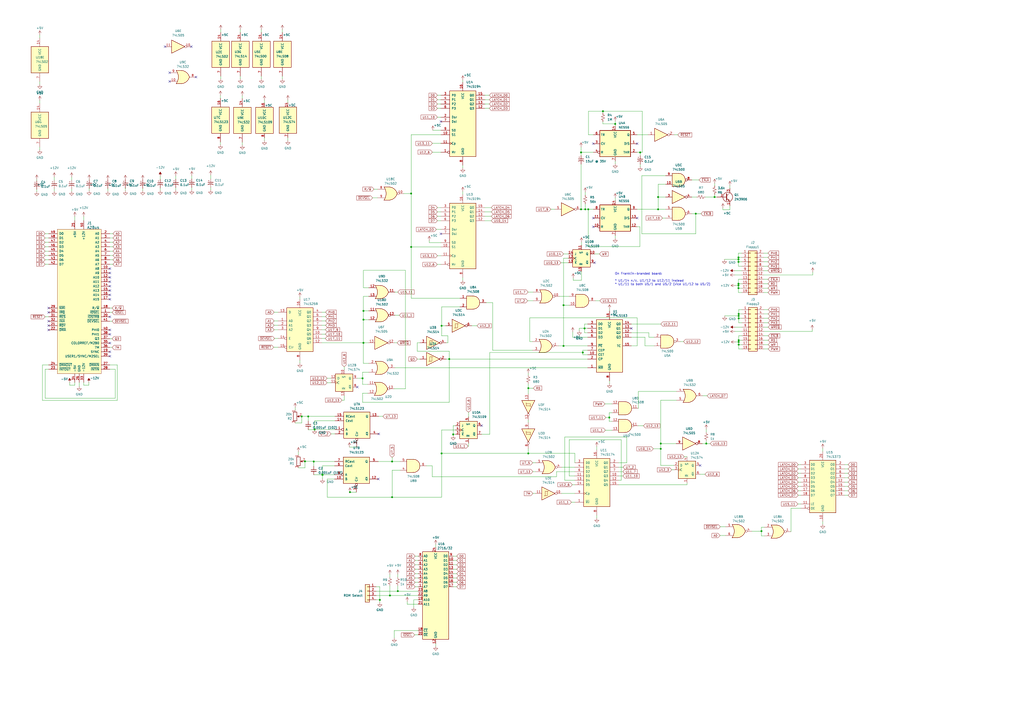
<source format=kicad_sch>
(kicad_sch (version 20230121) (generator eeschema)

  (uuid 56eaaa0c-e1fe-4237-9a20-09a5d3261c04)

  (paper "A2")

  

  (junction (at 202.9968 285.496) (diameter 0) (color 0 0 0 0)
    (uuid 14d45346-d329-43a1-b9b8-64a35b0c2786)
  )
  (junction (at 238.506 143.256) (diameter 0) (color 0 0 0 0)
    (uuid 15a0999a-cf8f-43ce-b2b4-de3dc34f1bf3)
  )
  (junction (at 428.371 167.132) (diameter 0) (color 0 0 0 0)
    (uuid 15f43f1c-accb-4895-805a-096f40d54a7a)
  )
  (junction (at 381.762 114.3) (diameter 0) (color 0 0 0 0)
    (uuid 18830b47-e37a-4b7c-bc40-524241ad9993)
  )
  (junction (at 337.058 88.392) (diameter 0) (color 0 0 0 0)
    (uuid 19ce41b7-d63b-4e3b-8e96-0749db83864a)
  )
  (junction (at 230.759 342.9) (diameter 0) (color 0 0 0 0)
    (uuid 227877cb-8d6b-42dd-9f7a-f23170c0b15d)
  )
  (junction (at 428.498 198.374) (diameter 0) (color 0 0 0 0)
    (uuid 227ba67b-bd2a-403b-9cca-ece13dfc9a29)
  )
  (junction (at 414.528 114.3) (diameter 0) (color 0 0 0 0)
    (uuid 23e17ec8-9479-4c85-9262-9a7a693e4f16)
  )
  (junction (at 428.498 184.658) (diameter 0) (color 0 0 0 0)
    (uuid 2668cc68-5cd8-4256-8d5f-46a4b9c3d00f)
  )
  (junction (at 176.911 267.589) (diameter 0) (color 0 0 0 0)
    (uuid 29ede8ec-7163-4f64-b12a-891361f6d83e)
  )
  (junction (at 341.249 121.412) (diameter 0) (color 0 0 0 0)
    (uuid 2ad1150c-6a6d-4f48-80de-136a5933bf00)
  )
  (junction (at 428.498 197.358) (diameter 0) (color 0 0 0 0)
    (uuid 3676ef53-63ee-4f61-b495-9fda43b885aa)
  )
  (junction (at 226.187 345.44) (diameter 0) (color 0 0 0 0)
    (uuid 4047e49c-241f-4070-8ebb-d2175194a5a3)
  )
  (junction (at 428.371 164.592) (diameter 0) (color 0 0 0 0)
    (uuid 40a6aa2a-e077-4ccc-98cc-345cab0b77dd)
  )
  (junction (at 428.371 151.892) (diameter 0) (color 0 0 0 0)
    (uuid 427efada-0d99-44ee-b65a-61a94a1ba131)
  )
  (junction (at 428.371 165.608) (diameter 0) (color 0 0 0 0)
    (uuid 44148518-9c6e-4761-89b6-5d970091b980)
  )
  (junction (at 428.498 199.898) (diameter 0) (color 0 0 0 0)
    (uuid 48719128-be50-41b3-839a-ab256d4cf8cc)
  )
  (junction (at 353.441 242.189) (diameter 0) (color 0 0 0 0)
    (uuid 4b485b5a-e9ce-452f-8ced-17114d6ffd91)
  )
  (junction (at 428.371 149.352) (diameter 0) (color 0 0 0 0)
    (uuid 5064e6d7-e5c5-4f08-9333-555f72eee4ee)
  )
  (junction (at 383.286 260.35) (diameter 0) (color 0 0 0 0)
    (uuid 5166d6b6-8200-474c-a32b-c555196f31e6)
  )
  (junction (at 356.87 71.882) (diameter 0) (color 0 0 0 0)
    (uuid 52c27fbd-9fc4-4e48-90e6-38e3a0d82b5d)
  )
  (junction (at 403.606 123.952) (diameter 0) (color 0 0 0 0)
    (uuid 5481632d-fd31-48d1-9241-3db81d2839df)
  )
  (junction (at 220.345 347.98) (diameter 0) (color 0 0 0 0)
    (uuid 581e9f3c-406a-4072-8e53-4bc36d564c9b)
  )
  (junction (at 337.058 121.412) (diameter 0) (color 0 0 0 0)
    (uuid 5e3f2ac2-5661-4d18-a032-1fe8786956de)
  )
  (junction (at 339.09 190.5) (diameter 0) (color 0 0 0 0)
    (uuid 62ec17b1-65c1-4c8e-8373-71d96a4abc8f)
  )
  (junction (at 349.758 64.516) (diameter 0) (color 0 0 0 0)
    (uuid 68ac5519-04af-4e05-a4cf-db1e10ee5e75)
  )
  (junction (at 428.371 150.495) (diameter 0) (color 0 0 0 0)
    (uuid 6a049e7b-9826-405a-8ee8-2a6dd344f06c)
  )
  (junction (at 238.506 112.268) (diameter 0) (color 0 0 0 0)
    (uuid 6b0baf6c-d9ee-4b1c-862d-1f9190ab7d08)
  )
  (junction (at 326.898 177.038) (diameter 0) (color 0 0 0 0)
    (uuid 753a0d43-27e8-4262-86a7-30f38473324b)
  )
  (junction (at 210.82 180.34) (diameter 0) (color 0 0 0 0)
    (uuid 7de99cfe-52d4-41f7-9584-062ffbf1c9cc)
  )
  (junction (at 175.006 241.554) (diameter 0) (color 0 0 0 0)
    (uuid 8333f7e2-3100-475c-84ac-bd4fd90e46a2)
  )
  (junction (at 326.898 200.66) (diameter 0) (color 0 0 0 0)
    (uuid 84913599-5a61-4410-9a54-840d91668fd6)
  )
  (junction (at 210.82 198.882) (diameter 0) (color 0 0 0 0)
    (uuid 88834330-b375-43fc-a02b-82bfa271e896)
  )
  (junction (at 210.312 219.456) (diameter 0) (color 0 0 0 0)
    (uuid 8a6f51da-dbd5-4499-9d4d-062cfa0c7452)
  )
  (junction (at 260.604 208.28) (diameter 0) (color 0 0 0 0)
    (uuid 8d7ab7ec-954c-48b3-993b-3741c25aacf9)
  )
  (junction (at 227.457 267.716) (diameter 0) (color 0 0 0 0)
    (uuid 9071d1b8-e059-44e8-bb4b-a1ab2606d5eb)
  )
  (junction (at 371.348 88.392) (diameter 0) (color 0 0 0 0)
    (uuid 9752ede1-4542-4b95-88cb-322c1087cd25)
  )
  (junction (at 428.498 182.118) (diameter 0) (color 0 0 0 0)
    (uuid 9b875f30-8f9b-4b5b-b27e-88f17676d28e)
  )
  (junction (at 187.071 275.336) (diameter 0) (color 0 0 0 0)
    (uuid 9f9bb35f-05c9-4917-bf0a-74edb9b5decb)
  )
  (junction (at 181.991 267.716) (diameter 0) (color 0 0 0 0)
    (uuid ad8a0025-e6c4-4a4a-96d1-a3bb46b52a4d)
  )
  (junction (at 262.89 251.968) (diameter 0) (color 0 0 0 0)
    (uuid ae179397-46b0-4a33-ac43-4aafafbfe5b9)
  )
  (junction (at 409.702 257.302) (diameter 0) (color 0 0 0 0)
    (uuid aeabf866-9802-401b-9c86-810e77881321)
  )
  (junction (at 182.499 249.174) (diameter 0) (color 0 0 0 0)
    (uuid b56295da-b4a2-4945-9c4d-f118b61e7a62)
  )
  (junction (at 339.4964 121.412) (diameter 0) (color 0 0 0 0)
    (uuid b57d76cc-8247-4c50-a669-2c80b52ee984)
  )
  (junction (at 256.159 188.976) (diameter 0) (color 0 0 0 0)
    (uuid b82eac65-9acb-40cd-8167-e98fce56657b)
  )
  (junction (at 306.451 263.017) (diameter 0) (color 0 0 0 0)
    (uuid b8d3e334-2673-4852-a120-aa9ca5fcc314)
  )
  (junction (at 256.159 263.017) (diameter 0) (color 0 0 0 0)
    (uuid b94c25dc-e9c4-4cd5-9ffa-edf018c67a7e)
  )
  (junction (at 210.82 185.42) (diameter 0) (color 0 0 0 0)
    (uuid c253b3af-7871-4a3d-b930-626480161a7e)
  )
  (junction (at 441.706 308.102) (diameter 0) (color 0 0 0 0)
    (uuid c4f9e4e2-930d-4690-8724-998bb53a0423)
  )
  (junction (at 306.4764 225.171) (diameter 0) (color 0 0 0 0)
    (uuid da0a476b-919d-4153-bebf-ec867f736d30)
  )
  (junction (at 383.286 257.302) (diameter 0) (color 0 0 0 0)
    (uuid e2ad4fa1-5a60-416d-ab62-4f1520d5c5c5)
  )
  (junction (at 338.074 204.47) (diameter 0) (color 0 0 0 0)
    (uuid ecb786b5-8992-4780-8778-1dbaa87fe391)
  )
  (junction (at 381.762 121.412) (diameter 0) (color 0 0 0 0)
    (uuid ed17696d-e853-4ee2-a849-c9f243f63711)
  )
  (junction (at 178.816 241.554) (diameter 0) (color 0 0 0 0)
    (uuid f08fc34c-75fd-4391-ab9e-36ec8f420cd0)
  )
  (junction (at 187.071 275.463) (diameter 0) (color 0 0 0 0)
    (uuid f2487e48-6677-414e-8fde-0accde918ba7)
  )
  (junction (at 227.457 288.417) (diameter 0) (color 0 0 0 0)
    (uuid fcaa6b18-2f5f-40a7-929f-3eaefad6a1d9)
  )
  (junction (at 428.498 183.261) (diameter 0) (color 0 0 0 0)
    (uuid fd8434a6-ac94-4e1e-834a-b713ca90d0b1)
  )

  (no_connect (at 28.194 181.229) (uuid 00079c83-a711-4f95-8171-4707c1ffe4f2))
  (no_connect (at 255.778 70.5104) (uuid 0023254e-99a6-4e38-9aea-036adb434f94))
  (no_connect (at 110.998 27.051) (uuid 09946f3d-95c5-4e83-bdee-666ac37263df))
  (no_connect (at 369.57 83.312) (uuid 0b4616bb-b68c-4768-b13c-bb3ab37b1241))
  (no_connect (at 63.754 204.089) (uuid 11d10470-6e67-4a4b-a7d4-b72ef4a9d1ca))
  (no_connect (at 207.264 224.536) (uuid 2152bf48-a03d-4428-a1b1-5d9930c6322c))
  (no_connect (at 344.932 152.4) (uuid 2357aadf-b5b6-4a47-84a0-ec9270bf8db0))
  (no_connect (at 63.754 163.449) (uuid 2dd1b146-5821-42d2-b7b7-652f3d37495f))
  (no_connect (at 63.754 193.929) (uuid 3885ffd3-fd3b-4dba-b4f6-fb833d8d535c))
  (no_connect (at 28.194 188.849) (uuid 3bb3b145-9e54-4d85-a684-3f371eba77c4))
  (no_connect (at 28.194 191.389) (uuid 40c3baa7-d5b0-4c7e-89ad-714f7d1d467f))
  (no_connect (at 219.71 251.714) (uuid 46481c9d-3219-495e-99d8-4db677316f31))
  (no_connect (at 344.17 131.572) (uuid 4e90335f-0b5c-44b6-954e-50c9221d83fb))
  (no_connect (at 98.425 47.244) (uuid 55a97291-90c8-48d1-b85b-42536268fe43))
  (no_connect (at 63.754 158.369) (uuid 5a352595-70d1-4dc3-83fe-9cc43b2ea3b8))
  (no_connect (at 28.194 178.689) (uuid 5c47f2df-94cd-4506-8fb8-5fba0f3f15d4))
  (no_connect (at 406.146 270.002) (uuid 67e50e74-ce51-41c4-8715-55e602ab574f))
  (no_connect (at 63.754 183.769) (uuid 730a19e5-44b6-4b85-b39d-3319b8b30c0e))
  (no_connect (at 63.754 171.069) (uuid 745f3071-b71a-4126-8cfe-b28100f2c83d))
  (no_connect (at 279.4 246.888) (uuid 7f69b8a6-fd8d-4ebf-9fac-fb9372e95fdf))
  (no_connect (at 63.754 199.009) (uuid 83fd2193-17e5-4a27-adca-61ac1df8125e))
  (no_connect (at 113.665 44.704) (uuid 878414e4-e89b-4b62-b96a-3a45817a5ccd))
  (no_connect (at 369.57 126.492) (uuid 8f8dedf8-ce30-4ef7-94e6-bf4dd6dfbe7d))
  (no_connect (at 63.754 206.629) (uuid 956a391a-da2c-4d12-905e-127887b4e204))
  (no_connect (at 28.194 186.309) (uuid af4080e4-3e4a-42fa-a388-9422b5495276))
  (no_connect (at 98.425 42.164) (uuid b084c7d8-103e-4844-afc5-634992033d4b))
  (no_connect (at 344.17 83.312) (uuid bb9f08b1-817c-4157-86a8-001ebeb5682d))
  (no_connect (at 63.754 155.829) (uuid bd9d7e14-21b3-4dcd-9f41-a79fe09ce87e))
  (no_connect (at 366.268 190.5) (uuid c0166046-6244-47a5-9534-d1f90d7e129b))
  (no_connect (at 63.754 160.909) (uuid c06ada5e-2a3b-4df5-9a4d-1d7db4b05dca))
  (no_connect (at 63.754 168.529) (uuid cfd67672-d5af-4a82-ac5e-032c54d5ca3f))
  (no_connect (at 95.758 27.051) (uuid d9ee195d-667c-46b5-8c90-2d715e6afbee))
  (no_connect (at 63.754 173.609) (uuid dad0e8de-846b-4927-a07b-a135ef708439))
  (no_connect (at 63.754 191.389) (uuid e84d737c-cffc-4102-ae0c-16e7870ea92c))
  (no_connect (at 344.17 126.492) (uuid e85963b0-aca1-4e88-8dcc-ea6a2b30aa16))
  (no_connect (at 255.778 135.636) (uuid f56a3247-35bc-4734-a52e-0c4d8a7dd57a))
  (no_connect (at 63.754 165.989) (uuid f83a257c-1ff9-4bb7-ae91-0221c4808d11))
  (no_connect (at 219.456 277.876) (uuid fbba59ff-199c-431d-9558-e8c866b5ce8c))

  (wire (pts (xy 218.186 342.9) (xy 230.759 342.9))
    (stroke (width 0) (type default))
    (uuid 0069cff1-7758-4892-937b-381c82fabe50)
  )
  (wire (pts (xy 281.178 120.396) (xy 284.988 120.396))
    (stroke (width 0) (type default))
    (uuid 007e0ebe-d85a-4638-af77-d1a23acf3dd8)
  )
  (wire (pts (xy 366.268 200.66) (xy 369.57 200.66))
    (stroke (width 0) (type default))
    (uuid 00886f5c-4976-4610-9ff6-c8245aa5e3db)
  )
  (wire (pts (xy 331.978 281.178) (xy 333.502 281.178))
    (stroke (width 0) (type default))
    (uuid 00f4b3b9-78f1-4610-b5e0-84f3d25adcc5)
  )
  (wire (pts (xy 428.371 151.892) (xy 428.371 154.432))
    (stroke (width 0) (type default))
    (uuid 00f7c9a1-a7ec-475d-ae41-a3a9244fac3f)
  )
  (wire (pts (xy 255.7272 83.2104) (xy 255.7272 83.185))
    (stroke (width 0) (type default))
    (uuid 0109a42f-4b31-4ebe-876a-96b722593589)
  )
  (wire (pts (xy 371.221 143.002) (xy 371.221 131.572))
    (stroke (width 0) (type default))
    (uuid 01e83326-4e98-4d5f-82ec-8f0b7bea881a)
  )
  (wire (pts (xy 383.286 232.156) (xy 383.286 257.302))
    (stroke (width 0) (type default))
    (uuid 02c6a018-f574-45b9-a68c-fa31b09aaed6)
  )
  (wire (pts (xy 227.457 265.303) (xy 227.457 267.716))
    (stroke (width 0) (type default))
    (uuid 02d0e262-8c0a-4218-9c00-7ec2ebecc668)
  )
  (wire (pts (xy 151.638 17.145) (xy 151.638 18.796))
    (stroke (width 0) (type default))
    (uuid 040dbea4-9977-4a31-9393-13ea60b16445)
  )
  (wire (pts (xy 262.89 330.2) (xy 264.922 330.2))
    (stroke (width 0) (type default))
    (uuid 04752ae3-bfc2-458d-bdc8-afea6c7649ee)
  )
  (wire (pts (xy 337.312 162.56) (xy 332.486 162.56))
    (stroke (width 0) (type default))
    (uuid 04a6efa1-aa9e-4645-bd05-c8e4cdf162a6)
  )
  (wire (pts (xy 346.202 298.958) (xy 346.202 300.482))
    (stroke (width 0) (type default))
    (uuid 05420eaf-24bd-4d1e-99bf-3be6ddd68c66)
  )
  (wire (pts (xy 396.875 264.922) (xy 398.526 264.922))
    (stroke (width 0) (type default))
    (uuid 05c4193c-faca-4502-a4be-7633bebf234d)
  )
  (wire (pts (xy 186.69 193.802) (xy 188.722 193.802))
    (stroke (width 0) (type default))
    (uuid 05fc5cc0-bb44-4350-a781-560e0e3b4c4c)
  )
  (wire (pts (xy 24.638 211.709) (xy 24.638 232.283))
    (stroke (width 0) (type default))
    (uuid 06181ce3-b06b-4529-8cce-dd2810672270)
  )
  (wire (pts (xy 242.57 335.28) (xy 240.792 335.28))
    (stroke (width 0) (type default))
    (uuid 064b29a8-f9a3-4267-b587-373d5046518a)
  )
  (wire (pts (xy 281.7368 62.865) (xy 283.845 62.865))
    (stroke (width 0) (type default))
    (uuid 0656086a-1f5b-495e-8615-b7c40f0badad)
  )
  (wire (pts (xy 210.82 171.958) (xy 213.868 171.958))
    (stroke (width 0) (type default))
    (uuid 06e3e2cc-6d42-4cb5-8cd6-be16b582b412)
  )
  (wire (pts (xy 258.445 188.976) (xy 256.159 188.976))
    (stroke (width 0) (type default))
    (uuid 070d6392-fdeb-4eee-9a52-e9ea2fd7fd17)
  )
  (wire (pts (xy 255.6256 55.245) (xy 253.746 55.245))
    (stroke (width 0) (type default))
    (uuid 0754172d-7b54-485f-b2c6-89de78d13fc8)
  )
  (wire (pts (xy 426.212 159.512) (xy 430.276 159.512))
    (stroke (width 0) (type default))
    (uuid 07851094-48db-4000-b57f-0f0e1e1f126f)
  )
  (wire (pts (xy 238.506 78.1304) (xy 255.778 78.1304))
    (stroke (width 0) (type default))
    (uuid 09060ad0-0646-41a1-ba05-5322ed0a435f)
  )
  (wire (pts (xy 353.568 179.324) (xy 353.568 180.34))
    (stroke (width 0) (type default))
    (uuid 09aa1bf2-8a17-4f34-8d88-8b81ad5c5abb)
  )
  (wire (pts (xy 442.976 164.592) (xy 445.516 164.592))
    (stroke (width 0) (type default))
    (uuid 09c87717-7ef4-45f4-b64d-0750365e4a24)
  )
  (wire (pts (xy 463.042 272.034) (xy 464.566 272.034))
    (stroke (width 0) (type default))
    (uuid 0a0b1b1c-92a4-478c-aa5b-ee031bba2f03)
  )
  (wire (pts (xy 226.187 345.44) (xy 242.57 345.44))
    (stroke (width 0) (type default))
    (uuid 0b2ece80-3483-4240-b6c8-87d84edcd6a8)
  )
  (wire (pts (xy 463.042 274.574) (xy 464.566 274.574))
    (stroke (width 0) (type default))
    (uuid 0b68a056-85b6-48d1-a2cc-038c8a65659f)
  )
  (wire (pts (xy 240.03 352.2472) (xy 240.03 347.98))
    (stroke (width 0) (type default))
    (uuid 0c0c9414-8569-47d0-9bbd-a5c6f7990176)
  )
  (wire (pts (xy 210.82 185.42) (xy 213.868 185.42))
    (stroke (width 0) (type default))
    (uuid 0c490525-8dc8-42cf-8f5d-14c1f973c5bc)
  )
  (wire (pts (xy 430.276 146.812) (xy 428.371 146.812))
    (stroke (width 0) (type default))
    (uuid 0d15b18c-8f36-417c-8627-6d7fc247b2d0)
  )
  (wire (pts (xy 309.118 273.558) (xy 310.642 273.558))
    (stroke (width 0) (type default))
    (uuid 0d5c8966-853d-4aee-89ff-753b20ea3fd6)
  )
  (wire (pts (xy 428.371 164.592) (xy 430.276 164.592))
    (stroke (width 0) (type default))
    (uuid 0d838062-46de-45e9-bfdd-65e77dd8aee8)
  )
  (wire (pts (xy 462.788 292.354) (xy 464.566 292.354))
    (stroke (width 0) (type default))
    (uuid 0e12576a-5d20-430c-b87b-bc4facb73712)
  )
  (wire (pts (xy 281.178 122.936) (xy 284.988 122.936))
    (stroke (width 0) (type default))
    (uuid 0f094e4b-acc5-4d61-81bb-2d09930a28bd)
  )
  (wire (pts (xy 414.528 106.426) (xy 414.528 107.823))
    (stroke (width 0) (type default))
    (uuid 10252dee-e0c1-46aa-b100-90f76de019ec)
  )
  (wire (pts (xy 66.802 231.013) (xy 66.802 214.249))
    (stroke (width 0) (type default))
    (uuid 103875b5-8d01-45bb-9766-b4bffd2a91ed)
  )
  (wire (pts (xy 407.67 229.616) (xy 410.21 229.616))
    (stroke (width 0) (type default))
    (uuid 1046df67-d8c4-4253-99a4-8c71d51cc5da)
  )
  (wire (pts (xy 381.762 106.934) (xy 381.762 114.3))
    (stroke (width 0) (type default))
    (uuid 10cbd44e-498b-4149-a7a3-ce2436234da6)
  )
  (wire (pts (xy 308.991 268.478) (xy 310.642 268.478))
    (stroke (width 0) (type default))
    (uuid 124b9756-7dbf-43a0-80e7-a46f9a2b36c9)
  )
  (wire (pts (xy 281.7368 62.8904) (xy 281.7368 62.865))
    (stroke (width 0) (type default))
    (uuid 125e7f04-30f0-4f88-af7b-caf18148782b)
  )
  (wire (pts (xy 381.762 114.3) (xy 386.08 114.3))
    (stroke (width 0) (type default))
    (uuid 1346430b-8675-4b45-ad92-91bb90b137f1)
  )
  (wire (pts (xy 358.902 268.478) (xy 363.601 268.478))
    (stroke (width 0) (type default))
    (uuid 1356113a-513f-4af7-ba9a-3e0eb779f180)
  )
  (wire (pts (xy 381.762 114.3) (xy 381.762 121.412))
    (stroke (width 0) (type default))
    (uuid 13a81eef-8d07-433f-b193-05e64faf501c)
  )
  (wire (pts (xy 159.258 196.342) (xy 161.29 196.342))
    (stroke (width 0) (type default))
    (uuid 13a98e74-3895-4860-ace8-42264bd188ca)
  )
  (wire (pts (xy 420.37 183.261) (xy 428.498 183.261))
    (stroke (width 0) (type default))
    (uuid 141295d1-b5fc-4f78-b6c6-4a5775b63835)
  )
  (wire (pts (xy 255.4732 62.8904) (xy 255.4732 62.865))
    (stroke (width 0) (type default))
    (uuid 14237b2d-35e0-4923-9a7b-d65817700424)
  )
  (wire (pts (xy 255.7272 83.185) (xy 250.825 83.185))
    (stroke (width 0) (type default))
    (uuid 1568cca2-d9ad-41d0-b548-de2df5e16612)
  )
  (wire (pts (xy 401.32 123.952) (xy 403.606 123.952))
    (stroke (width 0) (type default))
    (uuid 15776cd5-5e30-4bf6-9cc4-824c5705194c)
  )
  (wire (pts (xy 356.87 136.652) (xy 356.87 138.176))
    (stroke (width 0) (type default))
    (uuid 16728753-ca6c-4fe7-8178-d0982b6b4f17)
  )
  (wire (pts (xy 127.889 82.423) (xy 127.889 83.947))
    (stroke (width 0) (type default))
    (uuid 16755ab3-9878-498d-b781-70eb0a8321ce)
  )
  (wire (pts (xy 256.159 178.054) (xy 256.159 188.976))
    (stroke (width 0) (type default))
    (uuid 1675ca04-4c5f-4b67-bb62-04a02e0c8b69)
  )
  (wire (pts (xy 63.754 140.589) (xy 65.532 140.589))
    (stroke (width 0) (type default))
    (uuid 169e61eb-96e8-4c61-89f0-5030d1e7f392)
  )
  (wire (pts (xy 374.142 200.66) (xy 374.142 195.58))
    (stroke (width 0) (type default))
    (uuid 17d991fb-7651-4a3d-90b7-989e67fb6932)
  )
  (wire (pts (xy 41.529 102.743) (xy 41.529 104.521))
    (stroke (width 0) (type default))
    (uuid 1901c3db-6846-4baf-a944-eb37755bbafa)
  )
  (wire (pts (xy 428.371 146.812) (xy 428.371 149.352))
    (stroke (width 0) (type default))
    (uuid 19abd9cd-9670-4f1f-864f-883c3b0782ab)
  )
  (wire (pts (xy 325.882 271.018) (xy 333.502 271.018))
    (stroke (width 0) (type default))
    (uuid 1a8f27f6-8e7c-4479-9c29-473839a5673e)
  )
  (wire (pts (xy 366.268 195.58) (xy 374.142 195.58))
    (stroke (width 0) (type default))
    (uuid 1aa04cfe-8dfe-4531-80f7-9c39f6757763)
  )
  (wire (pts (xy 28.194 148.209) (xy 26.162 148.209))
    (stroke (width 0) (type default))
    (uuid 1af49ea9-2385-422c-915b-da380d233ae8)
  )
  (wire (pts (xy 350.901 234.315) (xy 354.965 234.315))
    (stroke (width 0) (type default))
    (uuid 1bdb14cd-6438-42dc-b5eb-9f1b82ac6ee8)
  )
  (wire (pts (xy 186.69 186.182) (xy 188.849 186.182))
    (stroke (width 0) (type default))
    (uuid 1df8e6c8-70be-4d44-9611-4958c61c9713)
  )
  (wire (pts (xy 242.57 340.36) (xy 240.792 340.36))
    (stroke (width 0) (type default))
    (uuid 1e42d8a7-e536-4d54-af0a-127f1462310f)
  )
  (wire (pts (xy 322.834 276.479) (xy 250.698 276.479))
    (stroke (width 0) (type default))
    (uuid 1eab2bbf-f74c-4e84-9a87-ab804723437e)
  )
  (wire (pts (xy 370.332 236.855) (xy 370.332 227.076))
    (stroke (width 0) (type default))
    (uuid 1ebfdc13-b7aa-4fe4-9c59-27706ce9af12)
  )
  (wire (pts (xy 210.312 233.426) (xy 260.604 233.426))
    (stroke (width 0) (type default))
    (uuid 1ef652e2-4f81-4121-ab63-8ffcc481806e)
  )
  (wire (pts (xy 419.354 120.65) (xy 419.354 121.666))
    (stroke (width 0) (type default))
    (uuid 1f1f6048-783d-4fa2-8b9d-4f428817071e)
  )
  (wire (pts (xy 250.698 276.479) (xy 250.698 270.256))
    (stroke (width 0) (type default))
    (uuid 1f8ab515-4239-4652-a342-db3d9daf75d8)
  )
  (wire (pts (xy 477.266 302.514) (xy 477.266 304.038))
    (stroke (width 0) (type default))
    (uuid 20d9c6c4-736f-4ad1-a5ed-f7de55b7f1d5)
  )
  (wire (pts (xy 356.87 70.358) (xy 356.87 71.882))
    (stroke (width 0) (type default))
    (uuid 213f6e22-e8c8-4492-a379-2322f30f3125)
  )
  (wire (pts (xy 253.746 148.336) (xy 255.778 148.336))
    (stroke (width 0) (type default))
    (uuid 22f92fd4-22c2-49c2-b68f-c98d01d59bb6)
  )
  (wire (pts (xy 40.386 221.869) (xy 40.386 223.393))
    (stroke (width 0) (type default))
    (uuid 234e4088-7b74-4b83-ac7a-d26a332b7728)
  )
  (wire (pts (xy 430.403 194.818) (xy 428.498 194.818))
    (stroke (width 0) (type default))
    (uuid 23a385f6-c567-4c32-b440-5de537d5d224)
  )
  (wire (pts (xy 428.371 164.592) (xy 428.371 165.608))
    (stroke (width 0) (type default))
    (uuid 24b5e0b4-6844-4584-9cc5-77dfd19e9a39)
  )
  (wire (pts (xy 338.074 203.2) (xy 340.868 203.2))
    (stroke (width 0) (type default))
    (uuid 252e28f1-2826-4f6b-b5a9-8bf0780e68d6)
  )
  (wire (pts (xy 331.47 291.338) (xy 333.502 291.338))
    (stroke (width 0) (type default))
    (uuid 260647dc-5c22-4300-8f41-c2a808039a1b)
  )
  (wire (pts (xy 159.004 191.262) (xy 161.29 191.262))
    (stroke (width 0) (type default))
    (uuid 26970cac-8593-4f8a-9df6-0c3172c51261)
  )
  (wire (pts (xy 255.524 60.325) (xy 253.746 60.325))
    (stroke (width 0) (type default))
    (uuid 26ddf6b2-550e-415c-8c7d-c6d7c0d5e523)
  )
  (wire (pts (xy 167.005 57.912) (xy 167.005 59.563))
    (stroke (width 0) (type default))
    (uuid 26e2c626-2054-4bf2-bc0f-17f2cb652a87)
  )
  (wire (pts (xy 351.155 249.555) (xy 354.965 249.555))
    (stroke (width 0) (type default))
    (uuid 27099863-8b7e-4f4e-9483-231766d037e6)
  )
  (wire (pts (xy 306.4764 222.6564) (xy 306.4764 225.171))
    (stroke (width 0) (type default))
    (uuid 274115e5-c023-40f9-80c0-c1b36d6a5bf4)
  )
  (wire (pts (xy 363.601 253.492) (xy 327.66 253.492))
    (stroke (width 0) (type default))
    (uuid 27b956ed-c09f-4b92-adbb-7df9d3bcc521)
  )
  (wire (pts (xy 403.606 135.636) (xy 403.606 123.952))
    (stroke (width 0) (type default))
    (uuid 288ea8f6-0c8b-412d-8973-b96c570a5809)
  )
  (wire (pts (xy 255.5748 57.785) (xy 253.746 57.785))
    (stroke (width 0) (type default))
    (uuid 28d12758-ff2d-4dc4-9737-1eb7e05cd3dd)
  )
  (wire (pts (xy 207.264 219.456) (xy 210.312 219.456))
    (stroke (width 0) (type default))
    (uuid 291d89ff-3591-491a-bea1-d06156d7740c)
  )
  (wire (pts (xy 189.865 288.417) (xy 227.457 288.417))
    (stroke (width 0) (type default))
    (uuid 2963870a-f512-4889-bfad-b84443ff7c35)
  )
  (wire (pts (xy 264.16 246.888) (xy 262.89 246.888))
    (stroke (width 0) (type default))
    (uuid 2acb5921-7af8-4f3f-ad29-3f90022b3486)
  )
  (wire (pts (xy 28.194 183.769) (xy 26.162 183.769))
    (stroke (width 0) (type default))
    (uuid 2b000f12-7837-4dbb-9b1f-5fedbdeacacc)
  )
  (wire (pts (xy 48.514 223.393) (xy 51.562 223.393))
    (stroke (width 0) (type default))
    (uuid 2b3e8503-775e-4be7-b759-0f65b7dd6fb9)
  )
  (wire (pts (xy 392.43 232.156) (xy 383.286 232.156))
    (stroke (width 0) (type default))
    (uuid 2b4d7482-fe32-4eb1-add5-c6f422a800e9)
  )
  (wire (pts (xy 249.0216 140.716) (xy 255.778 140.716))
    (stroke (width 0) (type default))
    (uuid 2b771cda-6ef1-4228-a7b9-606d6089e450)
  )
  (wire (pts (xy 242.57 325.12) (xy 240.792 325.12))
    (stroke (width 0) (type default))
    (uuid 2b922a83-3308-4215-9822-51cefc25e060)
  )
  (wire (pts (xy 341.376 78.232) (xy 341.376 64.516))
    (stroke (width 0) (type default))
    (uuid 2bbb70e5-c86d-4125-b3fd-383eda8a636a)
  )
  (wire (pts (xy 210.312 219.456) (xy 210.312 223.012))
    (stroke (width 0) (type default))
    (uuid 2bd0af92-7508-40d7-8137-150efcf06ce9)
  )
  (wire (pts (xy 341.249 121.412) (xy 341.249 143.002))
    (stroke (width 0) (type default))
    (uuid 2c505973-1eb3-4942-becd-c975203b9252)
  )
  (wire (pts (xy 173.99 209.042) (xy 173.99 210.566))
    (stroke (width 0) (type default))
    (uuid 2ced7b97-65c3-40c2-855f-899ba28847a9)
  )
  (wire (pts (xy 428.371 162.052) (xy 428.371 164.592))
    (stroke (width 0) (type default))
    (uuid 2d971387-7e10-4b07-81d6-84dc00b9d4eb)
  )
  (wire (pts (xy 242.062 208.28) (xy 243.586 208.28))
    (stroke (width 0) (type default))
    (uuid 2f68bce5-d72c-4897-b6ff-95016d192940)
  )
  (wire (pts (xy 28.194 145.669) (xy 26.162 145.669))
    (stroke (width 0) (type default))
    (uuid 319b669a-6a92-4893-9b98-c408df234816)
  )
  (wire (pts (xy 252.73 373.38) (xy 252.73 374.777))
    (stroke (width 0) (type default))
    (uuid 33099e0a-fa78-4987-9d6f-e97f8bb30e04)
  )
  (wire (pts (xy 281.178 62.8904) (xy 281.7368 62.8904))
    (stroke (width 0) (type default))
    (uuid 330eb766-294c-41b5-8dbc-b9623757c888)
  )
  (wire (pts (xy 443.103 187.198) (xy 445.643 187.198))
    (stroke (width 0) (type default))
    (uuid 3321ca68-360f-43c2-96b3-e6b31e08b312)
  )
  (wire (pts (xy 442.976 156.972) (xy 445.516 156.972))
    (stroke (width 0) (type default))
    (uuid 33859ce5-cded-4922-abe0-c4afb5f18990)
  )
  (wire (pts (xy 210.312 215.9) (xy 210.312 219.456))
    (stroke (width 0) (type default))
    (uuid 33ca31fa-84e2-422e-88f1-847a5a145573)
  )
  (wire (pts (xy 333.502 273.558) (xy 322.834 273.558))
    (stroke (width 0) (type default))
    (uuid 33dc364b-aeb1-4ccc-8734-ff295df92d27)
  )
  (wire (pts (xy 159.004 188.722) (xy 161.29 188.722))
    (stroke (width 0) (type default))
    (uuid 33fcac58-8184-4d20-a1c4-284cdd66749e)
  )
  (wire (pts (xy 428.371 149.352) (xy 430.276 149.352))
    (stroke (width 0) (type default))
    (uuid 3417a8d8-27e7-4017-8c55-1a7645d76a1d)
  )
  (wire (pts (xy 426.339 192.278) (xy 430.403 192.278))
    (stroke (width 0) (type default))
    (uuid 348e1eab-d2c1-4b17-9096-fe568a6ea495)
  )
  (wire (pts (xy 186.69 183.642) (xy 188.849 183.642))
    (stroke (width 0) (type default))
    (uuid 34d43017-421d-4833-8ffd-032b2cb1a4d5)
  )
  (wire (pts (xy 187.071 270.256) (xy 187.071 275.336))
    (stroke (width 0) (type default))
    (uuid 3579f635-6354-42f8-a75c-3f1c4ddbabe0)
  )
  (wire (pts (xy 441.706 310.896) (xy 443.484 310.896))
    (stroke (width 0) (type default))
    (uuid 36dabc5e-7da5-44d2-9a3b-0b41b99f0479)
  )
  (wire (pts (xy 489.966 284.734) (xy 491.998 284.734))
    (stroke (width 0) (type default))
    (uuid 37a63329-bc53-4bc9-a3a4-1ec82f83cda1)
  )
  (wire (pts (xy 489.966 272.034) (xy 491.998 272.034))
    (stroke (width 0) (type default))
    (uuid 37f4e18f-a43e-4eb6-81b1-ce9b6990c4bc)
  )
  (wire (pts (xy 338.074 203.2) (xy 338.074 204.47))
    (stroke (width 0) (type default))
    (uuid 385e03d2-22fa-42cc-89af-2e4146b4d8b5)
  )
  (wire (pts (xy 40.386 223.393) (xy 43.434 223.393))
    (stroke (width 0) (type default))
    (uuid 38891a5f-796b-4863-8641-e71ba85257a8)
  )
  (wire (pts (xy 82.804 109.3216) (xy 82.804 110.617))
    (stroke (width 0) (type default))
    (uuid 38b47637-5050-47ac-af4f-98392006f2e2)
  )
  (wire (pts (xy 63.754 150.749) (xy 65.532 150.749))
    (stroke (width 0) (type default))
    (uuid 39057a9e-8840-42e9-83e6-4aff46397e01)
  )
  (wire (pts (xy 255.778 55.2704) (xy 255.6256 55.2704))
    (stroke (width 0) (type default))
    (uuid 3967a7f7-9cae-4a03-ab22-fbf79e569eef)
  )
  (wire (pts (xy 45.974 221.869) (xy 45.974 224.155))
    (stroke (width 0) (type default))
    (uuid 39c95b3c-9153-493a-bf90-c97480710e15)
  )
  (wire (pts (xy 326.898 147.32) (xy 329.692 147.32))
    (stroke (width 0) (type default))
    (uuid 39cb24c1-da17-45ac-a22a-b2797c1ec8d6)
  )
  (wire (pts (xy 255.7272 83.2104) (xy 255.778 83.2104))
    (stroke (width 0) (type default))
    (uuid 39e6851e-e98b-4b38-ac47-417d5a1b0d16)
  )
  (wire (pts (xy 337.058 88.392) (xy 344.17 88.392))
    (stroke (width 0) (type default))
    (uuid 3a99f074-2ff1-4825-9e77-0d3431a418a1)
  )
  (wire (pts (xy 436.118 308.102) (xy 441.706 308.102))
    (stroke (width 0) (type default))
    (uuid 3a9f8d25-150e-4f10-bfd9-b6eb1252dc52)
  )
  (wire (pts (xy 386.08 106.934) (xy 381.762 106.934))
    (stroke (width 0) (type default))
    (uuid 3b0854d9-c882-4656-b38a-d91434bdd4de)
  )
  (wire (pts (xy 63.754 145.669) (xy 65.532 145.669))
    (stroke (width 0) (type default))
    (uuid 3b1f80e4-9899-4eba-b63e-89ca6dbb1c37)
  )
  (wire (pts (xy 51.689 109.3978) (xy 51.689 110.617))
    (stroke (width 0) (type default))
    (uuid 3b5fe685-44aa-435c-856c-b0131936263f)
  )
  (wire (pts (xy 63.754 201.549) (xy 65.024 201.549))
    (stroke (width 0) (type default))
    (uuid 3b8dae4d-f4bc-4417-a381-a0888263da7b)
  )
  (wire (pts (xy 443.103 197.358) (xy 445.643 197.358))
    (stroke (width 0) (type default))
    (uuid 3c53083b-e778-489a-8a5a-3aef58728150)
  )
  (wire (pts (xy 227.457 267.716) (xy 232.156 267.716))
    (stroke (width 0) (type default))
    (uuid 3c86db09-9042-40cd-9248-fb55d22264d7)
  )
  (wire (pts (xy 186.69 196.342) (xy 188.722 196.342))
    (stroke (width 0) (type default))
    (uuid 3d31a697-51de-4e0a-a36c-b8e16bc1a8d7)
  )
  (wire (pts (xy 228.8032 365.76) (xy 228.8032 365.8108))
    (stroke (width 0) (type default))
    (uuid 3d3fab1e-b37f-4852-bd25-3f861271cbb9)
  )
  (wire (pts (xy 173.99 172.339) (xy 173.99 173.482))
    (stroke (width 0) (type default))
    (uuid 3d43c4df-5732-4c74-b1d1-0e5d80941e7a)
  )
  (wire (pts (xy 341.249 143.002) (xy 371.221 143.002))
    (stroke (width 0) (type default))
    (uuid 3dda110d-7a2a-4c29-aebd-62a4e68366d0)
  )
  (wire (pts (xy 281.178 125.476) (xy 284.988 125.476))
    (stroke (width 0) (type default))
    (uuid 3f5f71cf-4671-493f-adfd-29d112b44546)
  )
  (wire (pts (xy 210.82 198.882) (xy 210.82 210.82))
    (stroke (width 0) (type default))
    (uuid 3f7ef349-68e5-4118-85ef-fc9e633233b3)
  )
  (wire (pts (xy 372.618 88.392) (xy 371.348 88.392))
    (stroke (width 0) (type default))
    (uuid 41a9a39b-2cbb-44f0-80fa-514630e8dc44)
  )
  (wire (pts (xy 255.778 128.016) (xy 253.746 128.016))
    (stroke (width 0) (type default))
    (uuid 42272146-16b6-4961-b697-8d8f07fcfca2)
  )
  (wire (pts (xy 242.57 330.2) (xy 240.792 330.2))
    (stroke (width 0) (type default))
    (uuid 423ac83c-2820-4103-b475-46dbb6c3c019)
  )
  (wire (pts (xy 255.6764 88.265) (xy 250.825 88.265))
    (stroke (width 0) (type default))
    (uuid 4260c575-11f9-4ef1-ad5f-cbee43830f9b)
  )
  (wire (pts (xy 333.502 268.478) (xy 333.502 263.017))
    (stroke (width 0) (type default))
    (uuid 435ff79e-8317-49ce-b9dc-0d3fef650d6b)
  )
  (wire (pts (xy 489.966 274.574) (xy 491.998 274.574))
    (stroke (width 0) (type default))
    (uuid 4386ef56-a88d-4d19-8f54-59ec26d88a07)
  )
  (wire (pts (xy 189.865 277.876) (xy 194.056 277.876))
    (stroke (width 0) (type default))
    (uuid 43dd29de-012c-40eb-8ab4-4ab281a70592)
  )
  (wire (pts (xy 371.348 88.392) (xy 369.57 88.392))
    (stroke (width 0) (type default))
    (uuid 43e0c69e-e814-42af-9208-74b8ab122e8f)
  )
  (wire (pts (xy 242.57 332.74) (xy 240.792 332.74))
    (stroke (width 0) (type default))
    (uuid 4566a2a0-6592-4246-b2d5-7715d2ce6563)
  )
  (wire (pts (xy 273.685 188.976) (xy 276.733 188.976))
    (stroke (width 0) (type default))
    (uuid 45fefb57-e01b-4797-b7a4-e56e0b2a70bb)
  )
  (wire (pts (xy 325.374 152.4) (xy 329.692 152.4))
    (stroke (width 0) (type default))
    (uuid 46585694-5277-4008-a238-cc258e7d698c)
  )
  (wire (pts (xy 226.187 333.248) (xy 226.187 334.772))
    (stroke (width 0) (type default))
    (uuid 46ab67f8-f711-4e63-a219-1709c00c7dcd)
  )
  (wire (pts (xy 199.644 212.725) (xy 199.644 214.376))
    (stroke (width 0) (type default))
    (uuid 47af053b-8469-44f4-abb6-102a45e81767)
  )
  (wire (pts (xy 259.842 194.818) (xy 259.842 198.882))
    (stroke (width 0) (type default))
    (uuid 47dc275a-8a87-44ca-a785-435496e2d418)
  )
  (wire (pts (xy 171.196 236.4232) (xy 171.196 237.744))
    (stroke (width 0) (type default))
    (uuid 47e81150-f847-4373-94c8-74272ed0d6b8)
  )
  (wire (pts (xy 281.178 60.3504) (xy 281.686 60.3504))
    (stroke (width 0) (type default))
    (uuid 48d9f184-31bd-403f-812a-b8925b43f59d)
  )
  (wire (pts (xy 356.87 71.882) (xy 356.87 73.152))
    (stroke (width 0) (type default))
    (uuid 48f198fa-4e7c-4caa-a879-e9922c229418)
  )
  (wire (pts (xy 63.754 181.229) (xy 65.024 181.229))
    (stroke (width 0) (type default))
    (uuid 4907fd95-2adc-4178-91f0-5e7ab6a8d462)
  )
  (wire (pts (xy 262.89 332.74) (xy 264.922 332.74))
    (stroke (width 0) (type default))
    (uuid 4981531b-a445-425a-985c-35b8db68489f)
  )
  (wire (pts (xy 341.249 121.412) (xy 344.17 121.412))
    (stroke (width 0) (type default))
    (uuid 49a241a9-90c2-4b7a-bedd-d204d312788e)
  )
  (wire (pts (xy 192.024 251.714) (xy 194.31 251.714))
    (stroke (width 0) (type default))
    (uuid 49f73d90-a4b4-4984-9ada-872de592c31d)
  )
  (wire (pts (xy 339.09 193.04) (xy 340.868 193.04))
    (stroke (width 0) (type default))
    (uuid 49fdc7cd-5779-4afe-82e8-1924159c0fb2)
  )
  (wire (pts (xy 346.202 259.08) (xy 346.202 260.858))
    (stroke (width 0) (type default))
    (uuid 4a0e8f76-ca6e-4721-992e-d4d4f847c5fd)
  )
  (wire (pts (xy 353.441 239.395) (xy 353.441 242.189))
    (stroke (width 0) (type default))
    (uuid 4a56a3f9-bb52-4873-b50a-a897b84f4f9f)
  )
  (wire (pts (xy 430.276 162.052) (xy 428.371 162.052))
    (stroke (width 0) (type default))
    (uuid 4af229f5-987e-4c55-9490-6faecb3c88dd)
  )
  (wire (pts (xy 333.502 276.098) (xy 330.2 276.098))
    (stroke (width 0) (type default))
    (uuid 4b3e831f-a122-4475-bcb9-8db61283b7fb)
  )
  (wire (pts (xy 101.981 108.966) (xy 101.981 110.236))
    (stroke (width 0) (type default))
    (uuid 4b422eec-f9ee-4120-8d22-d5d00ab5f408)
  )
  (wire (pts (xy 176.9364 267.6144) (xy 176.8856 267.6144))
    (stroke (width 0) (type default))
    (uuid 4c8f8603-2af7-4091-911b-bc7110ad9154)
  )
  (wire (pts (xy 255.6764 88.2904) (xy 255.6764 88.265))
    (stroke (width 0) (type default))
    (uuid 4ca7ba50-1b86-4d8e-ae73-33f61bbbc22b)
  )
  (wire (pts (xy 63.754 178.689) (xy 65.024 178.689))
    (stroke (width 0) (type default))
    (uuid 4dc6859c-4634-4b4e-8fad-c1355a95536a)
  )
  (wire (pts (xy 139.446 17.145) (xy 139.446 18.796))
    (stroke (width 0) (type default))
    (uuid 4dce062f-fe9c-45ba-bf07-19e677fc1793)
  )
  (wire (pts (xy 345.44 174.498) (xy 347.98 174.498))
    (stroke (width 0) (type default))
    (uuid 4dde7aee-c1c9-4f18-8bfc-1b6958c65307)
  )
  (wire (pts (xy 443.103 192.278) (xy 471.17 192.278))
    (stroke (width 0) (type default))
    (uuid 4dffd22e-b19b-47f3-854b-ff138b1e6189)
  )
  (wire (pts (xy 458.724 308.356) (xy 458.851 308.356))
    (stroke (width 0) (type default))
    (uuid 4fc3c75b-2b15-47d6-9f44-3c0048d976f1)
  )
  (wire (pts (xy 463.042 284.734) (xy 464.566 284.734))
    (stroke (width 0) (type default))
    (uuid 4fc5ae12-b524-423e-a64b-06c7f1a248a6)
  )
  (wire (pts (xy 326.898 177.038) (xy 326.898 200.66))
    (stroke (width 0) (type default))
    (uuid 4feb190f-4232-4094-b619-de3344a00bac)
  )
  (wire (pts (xy 309.118 286.258) (xy 310.515 286.258))
    (stroke (width 0) (type default))
    (uuid 503cfeda-3806-406b-97d7-dfb204b10ed8)
  )
  (wire (pts (xy 281.5844 55.2704) (xy 281.5844 55.245))
    (stroke (width 0) (type default))
    (uuid 5151ee5e-a27f-4647-8844-e7d15f1ade8d)
  )
  (wire (pts (xy 428.498 184.658) (xy 430.403 184.658))
    (stroke (width 0) (type default))
    (uuid 51d485f7-bfd6-4fd6-8acc-f0dfff888b18)
  )
  (wire (pts (xy 337.058 88.392) (xy 337.058 90.17))
    (stroke (width 0) (type default))
    (uuid 520d1456-7d85-43dd-9f04-43f2ba7c11ee)
  )
  (wire (pts (xy 242.57 365.76) (xy 228.8032 365.76))
    (stroke (width 0) (type default))
    (uuid 523202d4-2946-4bb5-908b-af87af37ffd7)
  )
  (wire (pts (xy 63.754 153.289) (xy 65.532 153.289))
    (stroke (width 0) (type default))
    (uuid 5416c4df-ea7a-4661-b447-aa109c05d071)
  )
  (wire (pts (xy 426.72 198.374) (xy 428.498 198.374))
    (stroke (width 0) (type default))
    (uuid 5491647b-0b85-416f-93e0-6c1f9368cd13)
  )
  (wire (pts (xy 176.8856 267.589) (xy 176.911 267.589))
    (stroke (width 0) (type default))
    (uuid 5491fb1e-350e-4e2f-9d5c-f47ad0356699)
  )
  (wire (pts (xy 376.428 193.04) (xy 376.428 195.58))
    (stroke (width 0) (type default))
    (uuid 54c2c245-30f6-46ff-9a0f-25089db52f52)
  )
  (wire (pts (xy 175.006 241.554) (xy 178.816 241.554))
    (stroke (width 0) (type default))
    (uuid 55118ca5-8baa-4b75-96a8-00122cf2edf0)
  )
  (wire (pts (xy 182.499 249.301) (xy 182.499 249.174))
    (stroke (width 0) (type default))
    (uuid 556b4a53-b62f-4252-96c9-9ca89fdc3d20)
  )
  (wire (pts (xy 262.89 337.82) (xy 264.922 337.82))
    (stroke (width 0) (type default))
    (uuid 5648e0ad-7908-45e0-aea0-ff9d8423af02)
  )
  (wire (pts (xy 181.991 267.589) (xy 181.991 267.716))
    (stroke (width 0) (type default))
    (uuid 5658af5f-d1cd-4663-a1fe-ed5c88f13f38)
  )
  (wire (pts (xy 101.981 102.108) (xy 101.981 103.886))
    (stroke (width 0) (type default))
    (uuid 56948bf0-737c-45db-941e-683353cd28b0)
  )
  (wire (pts (xy 255.778 120.396) (xy 253.746 120.396))
    (stroke (width 0) (type default))
    (uuid 56f30c88-ac25-4f56-aaeb-5771d64dd65b)
  )
  (wire (pts (xy 409.702 248.92) (xy 409.702 250.698))
    (stroke (width 0) (type default))
    (uuid 5766c08c-fa98-4ffa-bbe8-9414ae131a19)
  )
  (wire (pts (xy 210.82 198.882) (xy 213.614 198.882))
    (stroke (width 0) (type default))
    (uuid 57ac7607-ea2f-40e2-b641-ca4514d3457f)
  )
  (wire (pts (xy 236.22 348.996) (xy 236.22 350.52))
    (stroke (width 0) (type default))
    (uuid 57b03b87-e2af-4532-b248-556742f50a61)
  )
  (wire (pts (xy 268.478 161.036) (xy 268.478 162.56))
    (stroke (width 0) (type default))
    (uuid 58caff2d-1d3d-491d-b34e-72cc4f061328)
  )
  (wire (pts (xy 371.348 95.377) (xy 371.348 96.647))
    (stroke (width 0) (type default))
    (uuid 59bfd61c-8225-4dd8-ad12-5afe7437b3ff)
  )
  (wire (pts (xy 199.644 232.156) (xy 199.644 229.616))
    (stroke (width 0) (type default))
    (uuid 5a227e02-fa3c-40d9-a14d-aaff9005e21f)
  )
  (wire (pts (xy 163.83 44.196) (xy 163.83 45.72))
    (stroke (width 0) (type default))
    (uuid 5a57304e-934c-4656-9795-a2a8b4a6cf7d)
  )
  (wire (pts (xy 339.09 190.5) (xy 339.09 193.04))
    (stroke (width 0) (type default))
    (uuid 5a8d9d77-6aca-49ad-b8b1-3977554b3938)
  )
  (wire (pts (xy 371.348 88.392) (xy 371.348 90.297))
    (stroke (width 0) (type default))
    (uuid 5a93a4ea-562e-44c5-b905-3cca52468a57)
  )
  (wire (pts (xy 338.074 205.74) (xy 340.868 205.74))
    (stroke (width 0) (type default))
    (uuid 5a9c97a0-d3d2-47d7-898f-6943d1784de3)
  )
  (wire (pts (xy 353.441 244.475) (xy 354.965 244.475))
    (stroke (width 0) (type default))
    (uuid 5ba471de-1093-4326-92c0-2723a5375b7c)
  )
  (wire (pts (xy 242.57 342.9) (xy 230.759 342.9))
    (stroke (width 0) (type default))
    (uuid 5bb4bce1-7781-49b0-a2e5-2ff3fda530cc)
  )
  (wire (pts (xy 176.911 267.589) (xy 181.991 267.589))
    (stroke (width 0) (type default))
    (uuid 5bc08166-176c-4bc0-a744-129bef0b5a09)
  )
  (wire (pts (xy 383.286 257.302) (xy 383.286 260.35))
    (stroke (width 0) (type default))
    (uuid 5c8e8eff-84b8-4a9a-a8c2-8d92bfe67542)
  )
  (wire (pts (xy 24.638 232.283) (xy 68.072 232.283))
    (stroke (width 0) (type default))
    (uuid 5d20f513-96f3-45e6-8e6f-df8ab9df89d5)
  )
  (wire (pts (xy 428.371 154.432) (xy 430.276 154.432))
    (stroke (width 0) (type default))
    (uuid 5d27cbd1-0833-4211-8852-53f61dfeee2f)
  )
  (wire (pts (xy 423.418 121.666) (xy 423.418 119.38))
    (stroke (width 0) (type default))
    (uuid 5e0fc28b-2322-45f8-ac8b-3f81af2ed0b1)
  )
  (wire (pts (xy 72.7456 109.2708) (xy 72.7456 109.1184))
    (stroke (width 0) (type default))
    (uuid 5f0f161d-83dc-42ac-b427-ad2e77af7ede)
  )
  (wire (pts (xy 178.816 249.301) (xy 182.499 249.301))
    (stroke (width 0) (type default))
    (uuid 5fb15627-80e5-473b-beed-b3c3677fed7c)
  )
  (wire (pts (xy 238.506 143.256) (xy 238.506 112.268))
    (stroke (width 0) (type default))
    (uuid 600ed670-4c7a-488f-8f80-a99ee03c984d)
  )
  (wire (pts (xy 284.099 251.968) (xy 279.4 251.968))
    (stroke (width 0) (type default))
    (uuid 6027640f-37e0-42d7-bf20-38ff168b7741)
  )
  (wire (pts (xy 255.778 60.3504) (xy 255.524 60.3504))
    (stroke (width 0) (type default))
    (uuid 605720ed-af1b-4dfc-a387-9deda0016788)
  )
  (wire (pts (xy 43.434 125.603) (xy 43.434 127.889))
    (stroke (width 0) (type default))
    (uuid 605c18e9-0ab9-4d66-88fd-46675570926a)
  )
  (wire (pts (xy 252.73 315.849) (xy 252.73 317.5))
    (stroke (width 0) (type default))
    (uuid 60871891-2df0-49f7-be1f-edc791cc21ca)
  )
  (wire (pts (xy 262.89 322.58) (xy 264.922 322.58))
    (stroke (width 0) (type default))
    (uuid 624fcb26-8478-4879-b948-381a3add81e3)
  )
  (wire (pts (xy 210.82 166.878) (xy 210.82 156.845))
    (stroke (width 0) (type default))
    (uuid 62b0ff0f-92e0-4337-9f17-150c6e68d131)
  )
  (wire (pts (xy 358.902 271.018) (xy 361.442 271.018))
    (stroke (width 0) (type default))
    (uuid 62dda6bf-06ac-4807-aa1f-d13c2009baa1)
  )
  (wire (pts (xy 327.66 253.492) (xy 327.66 278.638))
    (stroke (width 0) (type default))
    (uuid 63057f4f-4e69-4e43-9e92-bd81ee732720)
  )
  (wire (pts (xy 187.071 275.336) (xy 194.056 275.336))
    (stroke (width 0) (type default))
    (uuid 6321416b-30b3-4b93-80cc-2411b8f9b33f)
  )
  (wire (pts (xy 255.4224 67.9704) (xy 255.4224 67.945))
    (stroke (width 0) (type default))
    (uuid 6323875b-d635-4373-85e7-d8dcb2a61c35)
  )
  (wire (pts (xy 349.758 71.882) (xy 356.87 71.882))
    (stroke (width 0) (type default))
    (uuid 633ec72a-454b-4d3b-af89-ad2036b4d8a4)
  )
  (wire (pts (xy 210.82 180.34) (xy 213.868 180.34))
    (stroke (width 0) (type default))
    (uuid 63959264-16ee-4962-ad4c-eafca22a7c90)
  )
  (wire (pts (xy 394.716 198.12) (xy 396.494 198.12))
    (stroke (width 0) (type default))
    (uuid 64a58eeb-d4ee-410c-8ff3-2a88fbb9cb05)
  )
  (wire (pts (xy 262.89 246.888) (xy 262.89 251.968))
    (stroke (width 0) (type default))
    (uuid 64af0dbc-1b39-4f10-a8f3-e307cff166e4)
  )
  (wire (pts (xy 255.778 122.936) (xy 253.746 122.936))
    (stroke (width 0) (type default))
    (uuid 6546e8b9-070e-4734-af73-74371519eb4f)
  )
  (wire (pts (xy 349.758 64.516) (xy 349.758 65.532))
    (stroke (width 0) (type default))
    (uuid 65726ef2-7724-4050-a8f1-a0d6b0b1f389)
  )
  (wire (pts (xy 268.478 111.0996) (xy 268.478 112.776))
    (stroke (width 0) (type default))
    (uuid 6606898b-f154-4605-9ad4-74e8d26a44d2)
  )
  (wire (pts (xy 26.162 231.013) (xy 66.802 231.013))
    (stroke (width 0) (type default))
    (uuid 662978bf-e6e8-4b6b-b7a4-8884a09091f4)
  )
  (wire (pts (xy 306.07 174.498) (xy 309.245 174.498))
    (stroke (width 0) (type default))
    (uuid 66946c96-058e-4f2f-a437-cc7b6e228f96)
  )
  (wire (pts (xy 281.178 55.2704) (xy 281.5844 55.2704))
    (stroke (width 0) (type default))
    (uuid 66f062fa-e1d0-43e7-9013-bc3b428019b1)
  )
  (wire (pts (xy 271.78 257.048) (xy 271.78 258.826))
    (stroke (width 0) (type default))
    (uuid 670e178b-6366-4afa-bd53-5aaa898f7e46)
  )
  (wire (pts (xy 266.827 172.974) (xy 238.506 172.974))
    (stroke (width 0) (type default))
    (uuid 67606cd6-3067-4e61-b30c-f4116809dcd8)
  )
  (wire (pts (xy 229.108 182.88) (xy 231.648 182.88))
    (stroke (width 0) (type default))
    (uuid 6777b30f-0ff3-4c9e-b6a6-05446795408c)
  )
  (wire (pts (xy 262.89 251.968) (xy 264.16 251.968))
    (stroke (width 0) (type default))
    (uuid 67859678-f733-4bce-81e0-d25b8ccd0268)
  )
  (wire (pts (xy 176.911 267.589) (xy 176.911 271.4244))
    (stroke (width 0) (type default))
    (uuid 67d3dc2d-538f-4abc-af89-a56dd839af5f)
  )
  (wire (pts (xy 28.194 214.249) (xy 26.162 214.249))
    (stroke (width 0) (type default))
    (uuid 67dfcd6c-ca86-4af6-8273-7059cbf9ea27)
  )
  (wire (pts (xy 386.08 101.854) (xy 372.364 101.854))
    (stroke (width 0) (type default))
    (uuid 686bc8d2-4be6-4bfe-910d-2dd253b6e95d)
  )
  (wire (pts (xy 370.205 247.015) (xy 373.253 247.015))
    (stroke (width 0) (type default))
    (uuid 688a0654-a81b-46e2-ae58-020e9b2a8ea7)
  )
  (wire (pts (xy 226.187 339.852) (xy 226.187 345.44))
    (stroke (width 0) (type default))
    (uuid 68ad8034-034a-4c62-96d1-0f1908f984b9)
  )
  (wire (pts (xy 202.9968 285.496) (xy 206.756 285.496))
    (stroke (width 0) (type default))
    (uuid 68e743c6-e514-4989-bf2d-f84abf2c38f8)
  )
  (wire (pts (xy 62.5856 109.3724) (xy 62.5856 109.6772))
    (stroke (width 0) (type default))
    (uuid 694680b7-3ea4-4dcd-a040-307d5e24989e)
  )
  (wire (pts (xy 210.312 228.092) (xy 210.312 233.426))
    (stroke (width 0) (type default))
    (uuid 69474905-c81a-40a7-9bfb-5f664f896b02)
  )
  (wire (pts (xy 255.6256 55.2704) (xy 255.6256 55.245))
    (stroke (width 0) (type default))
    (uuid 69a5b1af-f60d-4415-a829-f6fb266dc53b)
  )
  (wire (pts (xy 426.339 189.738) (xy 430.403 189.738))
    (stroke (width 0) (type default))
    (uuid 69ab0450-3de0-4751-b2bc-1877d366a6ab)
  )
  (wire (pts (xy 428.498 199.898) (xy 430.403 199.898))
    (stroke (width 0) (type default))
    (uuid 69fc3051-11f5-48d8-826a-0deb3deb4996)
  )
  (wire (pts (xy 216.916 109.728) (xy 218.948 109.728))
    (stroke (width 0) (type default))
    (uuid 6a55a68e-de0e-4d08-823f-f1cf6d4cf9f3)
  )
  (wire (pts (xy 28.194 143.129) (xy 26.162 143.129))
    (stroke (width 0) (type default))
    (uuid 6a648917-f4bd-4f57-8627-7697b7359582)
  )
  (wire (pts (xy 442.976 167.132) (xy 445.516 167.132))
    (stroke (width 0) (type default))
    (uuid 6b23b496-1277-4f99-8912-63d968d6ffcd)
  )
  (wire (pts (xy 258.826 208.28) (xy 260.604 208.28))
    (stroke (width 0) (type default))
    (uuid 6b358b45-4a66-4e6b-b83e-076bb50c279c)
  )
  (wire (pts (xy 443.103 179.578) (xy 445.643 179.578))
    (stroke (width 0) (type default))
    (uuid 6b3fa861-947e-47d3-baef-e368820581a3)
  )
  (wire (pts (xy 330.2 276.098) (xy 330.2 255.016))
    (stroke (width 0) (type default))
    (uuid 6bf2bb9b-180f-4c87-b935-3195b55aea31)
  )
  (wire (pts (xy 477.266 260.096) (xy 477.266 261.874))
    (stroke (width 0) (type default))
    (uuid 6bf87f97-b123-44dc-8d89-ecabd2502798)
  )
  (wire (pts (xy 428.498 197.358) (xy 430.403 197.358))
    (stroke (width 0) (type default))
    (uuid 6c1d978c-f7f1-41c1-8bc0-ba7d7722ab8a)
  )
  (wire (pts (xy 122.174 108.839) (xy 122.174 110.109))
    (stroke (width 0) (type default))
    (uuid 6c6a40bc-30fa-454f-b933-048558189bd0)
  )
  (wire (pts (xy 442.976 146.812) (xy 445.516 146.812))
    (stroke (width 0) (type default))
    (uuid 6d0707a4-5c50-47ae-95f0-9db4f90ee43a)
  )
  (wire (pts (xy 428.498 202.438) (xy 430.403 202.438))
    (stroke (width 0) (type default))
    (uuid 6e0d001e-6f91-4924-9acb-0454c7ce1804)
  )
  (wire (pts (xy 353.441 242.189) (xy 353.441 244.475))
    (stroke (width 0) (type default))
    (uuid 6ead9ae9-10a4-4f9f-812b-0755b6119895)
  )
  (wire (pts (xy 369.57 184.404) (xy 369.57 200.66))
    (stroke (width 0) (type default))
    (uuid 6ed3fd68-2a1d-48ee-8ac0-3d44df6ae680)
  )
  (wire (pts (xy 281.178 128.016) (xy 284.988 128.016))
    (stroke (width 0) (type default))
    (uuid 6f068897-e866-4f12-af8c-5e582db53ca8)
  )
  (wire (pts (xy 428.371 151.892) (xy 430.276 151.892))
    (stroke (width 0) (type default))
    (uuid 6f4769ee-ca38-4de4-ab1f-0844833dccb3)
  )
  (wire (pts (xy 330.2 255.016) (xy 360.299 255.016))
    (stroke (width 0) (type default))
    (uuid 708da39a-5263-4978-97d0-8caf3e5e47e0)
  )
  (wire (pts (xy 332.486 162.56) (xy 332.486 161.29))
    (stroke (width 0) (type default))
    (uuid 710cbcbd-3b7d-464b-8b76-c7997f60c5fc)
  )
  (wire (pts (xy 72.771 109.1184) (xy 72.771 110.617))
    (stroke (width 0) (type default))
    (uuid 712e1f6b-8417-43b7-b28f-a776524bd49b)
  )
  (wire (pts (xy 41.529 109.601) (xy 41.529 110.871))
    (stroke (width 0) (type default))
    (uuid 71597e8b-091e-4b4a-b216-72955613c949)
  )
  (wire (pts (xy 442.976 151.892) (xy 445.516 151.892))
    (stroke (width 0) (type default))
    (uuid 719948b3-eb2b-4c17-9871-c95827e72036)
  )
  (wire (pts (xy 186.69 198.882) (xy 210.82 198.882))
    (stroke (width 0) (type default))
    (uuid 72eaef18-4f58-433f-b89e-897dbc1757c0)
  )
  (wire (pts (xy 210.82 185.42) (xy 210.82 180.34))
    (stroke (width 0) (type default))
    (uuid 73049be2-2e5c-48e0-9711-50e2b81aa39d)
  )
  (wire (pts (xy 458.851 308.356) (xy 458.851 294.894))
    (stroke (width 0) (type default))
    (uuid 7324da81-06a7-475c-b861-9dffe036986c)
  )
  (wire (pts (xy 370.205 236.855) (xy 370.332 236.855))
    (stroke (width 0) (type default))
    (uuid 74222c7e-6fdb-4a8a-852c-48efb4170feb)
  )
  (wire (pts (xy 428.371 167.132) (xy 428.371 169.672))
    (stroke (width 0) (type default))
    (uuid 74aca57e-792e-475a-a3eb-dc8ebd3d16bd)
  )
  (wire (pts (xy 349.758 64.516) (xy 372.618 64.516))
    (stroke (width 0) (type default))
    (uuid 755d761c-dbdf-4e28-8cca-3fbdd12d66d2)
  )
  (wire (pts (xy 218.186 340.36) (xy 220.345 340.36))
    (stroke (width 0) (type default))
    (uuid 75637e75-6e60-4449-8f7f-04700c9b30c3)
  )
  (wire (pts (xy 48.514 221.869) (xy 48.514 223.393))
    (stroke (width 0) (type default))
    (uuid 75c39213-2a4f-465e-9b97-6648423af4e4)
  )
  (wire (pts (xy 63.754 135.509) (xy 65.532 135.509))
    (stroke (width 0) (type default))
    (uuid 75d6f68c-6b64-4832-a056-8c72ea681a54)
  )
  (wire (pts (xy 51.7144 104.0384) (xy 51.7144 104.2924))
    (stroke (width 0) (type default))
    (uuid 76200777-f4e1-4fae-947d-0d4964c3a211)
  )
  (wire (pts (xy 51.562 223.393) (xy 51.562 221.869))
    (stroke (width 0) (type default))
    (uuid 7657b808-a8c8-45fe-b3a3-c7a7649e1a28)
  )
  (wire (pts (xy 372.364 101.854) (xy 372.364 135.636))
    (stroke (width 0) (type default))
    (uuid 7768d736-17db-45ba-b162-7362746e60a8)
  )
  (wire (pts (xy 186.69 181.102) (xy 188.849 181.102))
    (stroke (width 0) (type default))
    (uuid 7782caf7-3b38-4c85-ac6e-429366aaa31b)
  )
  (wire (pts (xy 228.854 198.882) (xy 230.378 198.882))
    (stroke (width 0) (type default))
    (uuid 77cbabac-a599-4b62-aea4-c8090eae1b1a)
  )
  (wire (pts (xy 51.7144 109.3978) (xy 51.689 109.3978))
    (stroke (width 0) (type default))
    (uuid 77ce4f96-eb10-4118-b356-b1bfa9aa7e20)
  )
  (wire (pts (xy 51.7144 109.3724) (xy 51.7144 109.3978))
    (stroke (width 0) (type default))
    (uuid 7819089a-d75c-41f3-b14b-3d2b5058cd6d)
  )
  (wire (pts (xy 260.604 208.28) (xy 340.868 208.28))
    (stroke (width 0) (type default))
    (uuid 78598a15-ed5a-4e5b-b632-ed0989020b78)
  )
  (wire (pts (xy 326.898 200.66) (xy 340.868 200.66))
    (stroke (width 0) (type default))
    (uuid 787d9899-9658-4fb0-982c-ba2849153608)
  )
  (wire (pts (xy 62.5856 109.6772) (xy 62.611 109.6772))
    (stroke (width 0) (type default))
    (uuid 7928d80d-04c1-49ec-a340-7d9c7c45a30b)
  )
  (wire (pts (xy 306.4764 225.171) (xy 309.372 225.171))
    (stroke (width 0) (type default))
    (uuid 79ddb7a6-a059-4433-826e-04699091d46b)
  )
  (wire (pts (xy 340.868 187.96) (xy 339.09 187.96))
    (stroke (width 0) (type default))
    (uuid 7ac3e9c0-9147-433a-863e-5459c2c977eb)
  )
  (wire (pts (xy 426.212 156.972) (xy 430.276 156.972))
    (stro
... [309133 chars truncated]
</source>
